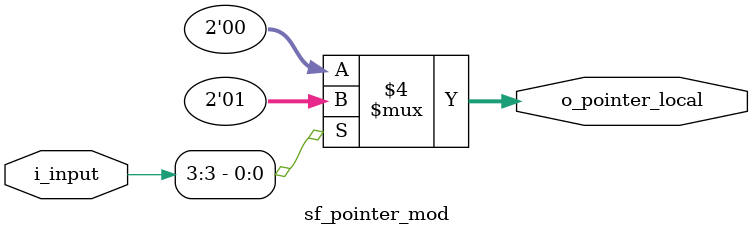
<source format=sv>
module sf_pointer_mod(i_input, o_pointer_local);

    parameter m = 4;
    input  logic [m-1:0] i_input;
    output logic [1:0] o_pointer_local;

    always@(*)
    begin

    if (i_input[m-1]==0)
        o_pointer_local=0;
    else
        o_pointer_local=1;
    end

endmodule
</source>
